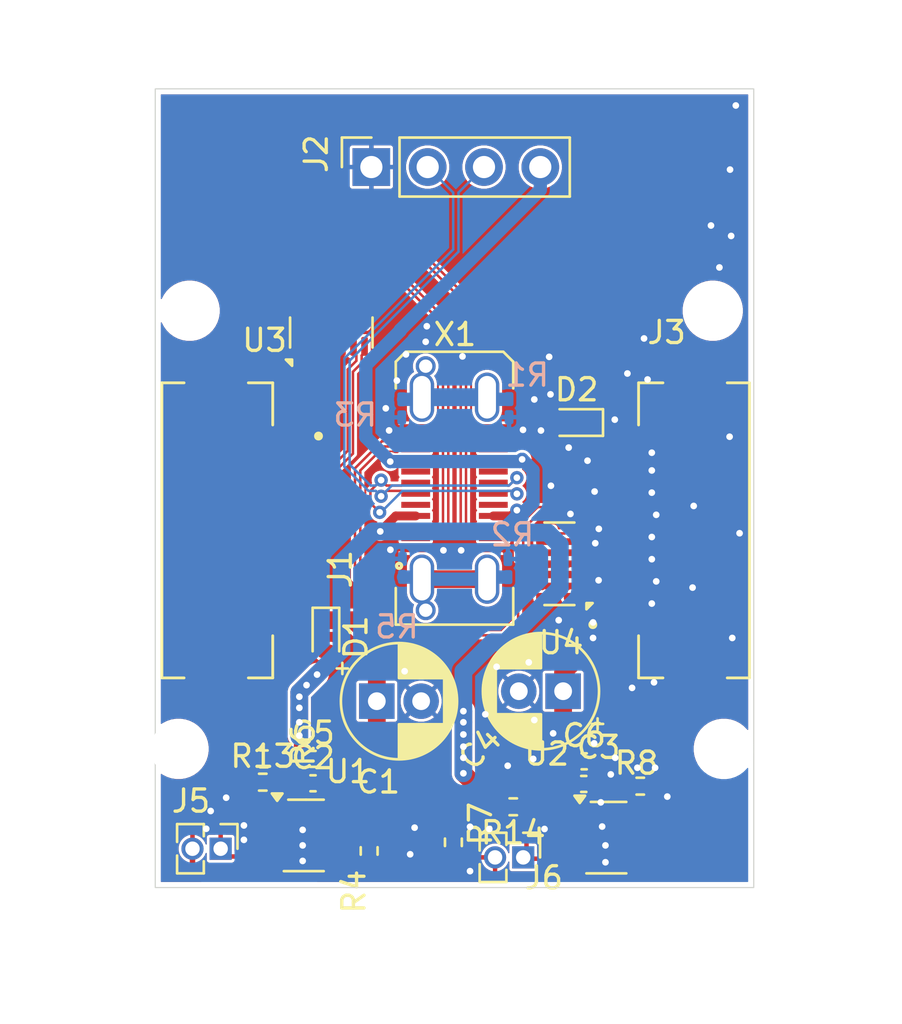
<source format=kicad_pcb>
(kicad_pcb (version 20241229) (generator "pcbnew") (generator_version "9.0")
  (layers (0 "F.Cu" signal) (4 "In1.Cu" signal) (6 "In2.Cu" signal) (2 "B.Cu" signal) (13 "F.Paste" user) (15 "B.Paste" user) (5 "F.SilkS" user "F.Silkscreen") (7 "B.SilkS" user "B.Silkscreen") (1 "F.Mask" user) (3 "B.Mask" user) (25 "Edge.Cuts" user))
  (net 0 "")
  (net 1 "VOUT1")
  (net 2 "GND")
  (net 3 "VBUS")
  (net 4 "VOUT2")
  (net 5 "RX1-")
  (net 6 "RX1+")
  (net 7 "TX1+")
  (net 8 "D+")
  (net 9 "TX1-")
  (net 10 "D-")
  (net 11 "nFLT1")
  (net 12 "EN1")
  (net 13 "EN2")
  (net 14 "nFLT2")
  (net 15 "2_D-")
  (net 16 "TX2+")
  (net 17 "2_D+")
  (net 18 "RX2+")
  (net 19 "RX2-")
  (net 20 "TX2-")
  (net 21 "Shield")
  (net 22 "Net-(U1-ILIM)")
  (net 23 "Net-(U2-ILIM)")
  (net 29 "1_D+")
  (net 30 "1_D-")
  (footprint "Capacitor_SMD:C_0402_1005Metric_Pad0.74x0.62mm_HandSolder" (layer "F.Cu") (at 19.35 30.31)
    (property "Reference" "C6")
    (property "Value" "0.1")
  )
  (footprint "Resistor_SMD:R_0402_1005Metric_Pad0.72x0.64mm_HandSolder" (layer "F.Cu") (at 16.15 32.36 180)
    (property "Reference" "R14")
    (property "Value" "100k")
  )
  (footprint "MountingHole:MountingHole_2.5mm" (layer "F.Cu") (at 1.05 29.75)
    (property "Reference" "REF**" (hide yes))
    (property "Value" "MountingHole_2.5mm")
  )
  (footprint "myLib8:DFN-14_1.35x3.5mm_P0.5mm" (layer "F.Cu") (at 7.9425 10.9825 90)
    (property "Reference" "U3")
    (property "Value" "SP3012-06UTG" (hide yes))
  )
  (footprint "MountingHole:MountingHole_2.5mm" (layer "F.Cu") (at 25.65 29.75)
    (property "Reference" "REF**" (hide yes))
    (property "Value" "MountingHole_2.5mm")
  )
  (footprint "Resistor_SMD:R_0402_1005Metric_Pad0.72x0.64mm_HandSolder" (layer "F.Cu") (at 4.9 30.2)
    (property "Reference" "R6")
    (property "Value" "100k")
  )
  (footprint "Connector_USB:USB_C_Receptacle_JAE_DX07S024WJ3R400" (layer "F.Cu") (at 13.5 18 90)
    (property "Reference" "X1")
    (property "Value" "USB_C_24pins" (hide yes))
  )
  (footprint "Package_TO_SOT_SMD:SOT-23-6_Handsoldering" (layer "F.Cu") (at 20.35 33.75)
    (property "Reference" "U2")
    (property "Value" "~")
  )
  (footprint "Diode_SMD:D_SOD-523" (layer "F.Cu") (at 7.7 24.65 -90)
    (property "Reference" "D1")
    (property "Value" "D_TVS")
  )
  (footprint "Resistor_SMD:R_0402_1005Metric_Pad0.72x0.64mm_HandSolder" (layer "F.Cu") (at 21.88 31.43)
    (property "Reference" "R8")
    (property "Value" "R")
  )
  (footprint "myLib8:DFN-14_1.35x3.5mm_P0.5mm" (layer "F.Cu") (at 18.2325 21.4075 180)
    (property "Reference" "U4")
    (property "Value" "SP3012-06UTG" (hide yes))
  )
  (footprint "Connector_PinSocket_2.54mm:PinSocket_1x04_P2.54mm_Vertical" (layer "F.Cu") (at 9.75 3.525 90)
    (property "Reference" "J2")
    (property "Value" "Conn_01x04_Socket")
  )
  (footprint "Capacitor_SMD:C_0402_1005Metric_Pad0.74x0.62mm_HandSolder" (layer "F.Cu") (at 7.1175 31.3)
    (property "Reference" "C2")
    (property "Value" "0.1")
  )
  (footprint "Connector_PinHeader_1.27mm:PinHeader_1x02_P1.27mm_Vertical" (layer "F.Cu") (at 16.6 34.64 -90)
    (property "Reference" "J6")
    (property "Value" "Conn_01x02_Socket")
  )
  (footprint "Capacitor_THT:CP_Radial_D5.0mm_P2.00mm" (layer "F.Cu") (at 18.4 27.15 180)
    (property "Reference" "C4")
    (property "Value" "120 uF")
  )
  (footprint "Resistor_SMD:R_0402_1005Metric_Pad0.72x0.64mm_HandSolder" (layer "F.Cu") (at 4.85 31.25)
    (property "Reference" "R13")
    (property "Value" "100k")
  )
  (footprint "Connector_PinHeader_1.27mm:PinHeader_1x02_P1.27mm_Vertical" (layer "F.Cu") (at 2.95 34.25 -90)
    (property "Reference" "J5")
    (property "Value" "Conn_01x02_Socket")
  )
  (footprint "my8lib:HRS_TF31-18S-0.5SH_800_" (layer "F.Cu") (at 24.303805 19.9 -90)
    (property "Reference" "J3")
    (property "Value" "TF31-18S-0.5SH_800_")
  )
  (footprint "MountingHole:MountingHole_2.5mm" (layer "F.Cu") (at 1.55 10)
    (property "Reference" "REF**" (hide yes))
    (property "Value" "MountingHole_2.5mm")
  )
  (footprint "MountingHole:MountingHole_2.5mm" (layer "F.Cu") (at 25.15 10)
    (property "Reference" "REF**" (hide yes))
    (property "Value" "MountingHole_2.5mm")
  )
  (footprint "Capacitor_SMD:C_0402_1005Metric_Pad0.74x0.62mm_HandSolder" (layer "F.Cu") (at 19.33 31.33)
    (property "Reference" "C3")
    (property "Value" "0.1")
  )
  (footprint "my8lib:HRS_TF31-18S-0.5SH_800_" (layer "F.Cu") (at 2.8 19.9 90)
    (property "Reference" "J1")
    (property "Value" "TF31-18S-0.5SH_800_")
  )
  (footprint "Resistor_SMD:R_0402_1005Metric_Pad0.72x0.64mm_HandSolder" (layer "F.Cu") (at 13.45 33.96 90)
    (property "Reference" "R7")
    (property "Value" "100k")
  )
  (footprint "Package_TO_SOT_SMD:SOT-23-6_Handsoldering" (layer "F.Cu") (at 6.7 33.65)
    (property "Reference" "U1")
    (property "Value" "~")
  )
  (footprint "Capacitor_SMD:C_0402_1005Metric_Pad0.74x0.62mm_HandSolder" (layer "F.Cu") (at 7.1175 30.2)
    (property "Reference" "C5")
    (property "Value" "0.1")
  )
  (footprint "Capacitor_THT:CP_Radial_D5.0mm_P2.00mm" (layer "F.Cu") (at 9.994887 27.6)
    (property "Reference" "C1")
    (property "Value" "120 uF")
  )
  (footprint "Resistor_SMD:R_0402_1005Metric_Pad0.72x0.64mm_HandSolder" (layer "F.Cu") (at 9.65 34.35 -90)
    (property "Reference" "R4")
    (property "Value" "R")
  )
  (footprint "Diode_SMD:D_SOD-523" (layer "F.Cu") (at 18.94 15.04 180)
    (property "Reference" "D2")
    (property "Value" "D_TVS")
  )
  (footprint "Resistor_SMD:R_0201_0603Metric_Pad0.64x0.40mm_HandSolder" (layer "B.Cu") (at 15.91 21.6 90)
    (property "Reference" "R2")
    (property "Value" "0")
  )
  (footprint "Resistor_SMD:R_0201_0603Metric_Pad0.64x0.40mm_HandSolder" (layer "B.Cu") (at 15.96 14.39 -90)
    (property "Reference" "R1")
    (property "Value" "0")
  )
  (footprint "Resistor_SMD:R_0201_0603Metric_Pad0.64x0.40mm_HandSolder" (layer "B.Cu") (at 11.12 14.4 -90)
    (property "Reference" "R3")
    (property "Value" "0")
  )
  (footprint "Resistor_SMD:R_0201_0603Metric_Pad0.64x0.40mm_HandSolder" (layer "B.Cu") (at 11.15 21.59 90)
    (property "Reference" "R5")
    (property "Value" "0")
  )
  (gr_rect (start 0 0) (end 27 36) (stroke (width 0.05)) (fill no) (layer "Edge.Cuts"))
  (segment (start 6 24.15) (end 7.5 24.15) (width 0.4) (layer "F.Cu") (net 1))
  (segment (start 8.05 32.7) (end 9.25 32.7) (width 0.8) (layer "F.Cu") (net 1))
  (segment (start 9.994887 31.955113) (end 9.994887 27.6) (width 0.8) (layer "F.Cu") (net 1))
  (segment (start 9.25 32.7) (end 9.994887 31.955113) (width 0.8) (layer "F.Cu") (net 1))
  (segment (start 9.994887 24.994887) (end 8.95 23.95) (width 0.8) (layer "F.Cu") (net 1))
  (segment (start 9.994887 27.6) (end 9.994887 24.994887) (width 0.8) (layer "F.Cu") (net 1))
  (segment (start 8.95 23.95) (end 7.7 23.95) (width 0.8) (layer "F.Cu") (net 1))
  (segment (start 7.5 24.15) (end 7.7 23.95) (width 0.4) (layer "F.Cu") (net 1))
  (segment (start 6 23.65) (end 7.4 23.65) (width 0.4) (layer "F.Cu") (net 1))
  (segment (start 7.4 23.65) (end 7.7 23.95) (width 0.4) (layer "F.Cu") (net 1))
  (segment (start 15.25 20.75) (end 15.71 20.75) (width 0.25) (layer "F.Cu") (net 2))
  (segment (start 15.8225 20.8625) (end 15.8225 21.16) (width 0.25) (layer "F.Cu") (net 2))
  (segment (start 15.71 20.75) (end 15.8225 20.8625) (width 0.25) (layer "F.Cu") (net 2))
  (segment (start 15.71 20.75) (end 15.79 20.83) (width 0.25) (layer "F.Cu") (net 2))
  (via (at 20.73 14.91) (size 0.6) (drill 0.3) (layers "F.Cu" "B.Cu") (net 2))
  (via (at 22.6 19.2) (size 0.6) (drill 0.3) (layers "F.Cu" "B.Cu") (net 2))
  (via (at 17.83 13.77) (size 0.6) (drill 0.3) (layers "F.Cu" "B.Cu") (net 2))
  (via (at 20.009988 19.833079) (size 0.6) (drill 0.3) (layers "F.Cu" "B.Cu") (net 2))
  (via (at 24.24 22.48) (size 0.6) (drill 0.3) (layers "F.Cu" "B.Cu") (net 2))
  (via (at 22.4 16.4) (size 0.6) (drill 0.3) (layers "F.Cu" "B.Cu") (net 2))
  (via (at 15.07 33.36) (size 0.6) (drill 0.3) (layers "F.Cu" "B.Cu") (net 2))
  (via (at 25.93 3.64) (size 0.6) (drill 0.3) (layers "F.Cu" "B.Cu") (net 2))
  (via (at 20 22.15) (size 0.6) (drill 0.3) (layers "F.Cu" "B.Cu") (net 2))
  (via (at 4 33.2) (size 0.6) (drill 0.3) (layers "F.Cu" "B.Cu") (net 2))
  (via (at 26.03 24.75) (size 0.6) (drill 0.3) (layers "F.Cu" "B.Cu") (net 2))
  (via (at 21.51 27) (size 0.6) (drill 0.3) (layers "F.Cu" "B.Cu") (net 2))
  (via (at 20.1 32.16) (size 0.6) (drill 0.3) (layers "F.Cu" "B.Cu") (net 2))
  (via (at 18.65 16.17) (size 0.6) (drill 0.3) (layers "F.Cu" "B.Cu") (net 2))
  (via (at 20.31 34.86) (size 0.6) (drill 0.3) (layers "F.Cu" "B.Cu") (net 2))
  (via (at 19.85 20.48) (size 0.6) (drill 0.3) (layers "F.Cu" "B.Cu") (net 2))
  (via (at 17.1 14) (size 0.6) (drill 0.3) (layers "F.Cu" "B.Cu") (net 2))
  (via (at 25.07 6.16) (size 0.6) (drill 0.3) (layers "F.Cu" "B.Cu") (net 2))
  (via (at 23.1 31.9) (size 0.6) (drill 0.3) (layers "F.Cu" "B.Cu") (net 2))
  (via (at 6.65 34.1) (size 0.6) (drill 0.3) (layers "F.Cu" "B.Cu") (net 2))
  (via (at 17.77 12.08) (size 0.6) (drill 0.3) (layers "F.Cu" "B.Cu") (net 2))
  (via (at 13.8 20.8) (size 0.6) (drill 0.3) (layers "F.Cu" "B.Cu") (net 2))
  (via (at 20.75 30.15) (size 0.6) (drill 0.3) (layers "F.Cu" "B.Cu") (net 2))
  (via (at 25.91 15.68) (size 0.6) (drill 0.3) (layers "F.Cu" "B.Cu") (net 2))
  (via (at 11.7 33.3) (size 0.6) (drill 0.3) (layers "F.Cu" "B.Cu") (net 2))
  (via (at 21.3 12.83) (size 0.6) (drill 0.3) (layers "F.Cu" "B.Cu") (net 2))
  (via (at 17.56 33.36) (size 0.6) (drill 0.3) (layers "F.Cu" "B.Cu") (net 2))
  (via (at 22.4 20.2) (size 0.6) (drill 0.3) (layers "F.Cu" "B.Cu") (net 2))
  (via (at 24.29 18.8) (size 0.6) (drill 0.3) (layers "F.Cu" "B.Cu") (net 2))
  (via (at 12.2 11.4) (size 0.6) (drill 0.3) (layers "F.Cu" "B.Cu") (net 2))
  (via (at 22.55 30.6) (size 0.6) (drill 0.3) (layers "F.Cu" "B.Cu") (net 2))
  (via (at 11.5 34.5) (size 0.6) (drill 0.3) (layers "F.Cu" "B.Cu") (net 2))
  (via (at 15.9 30.51) (size 0.6) (drill 0.3) (layers "F.Cu" "B.Cu") (net 2))
  (via (at 2.5 32.55) (size 0.6) (drill 0.3) (layers "F.Cu" "B.Cu") (net 2))
  (via (at 12.25 10.7) (size 0.6) (drill 0.3) (layers "F.Cu" "B.Cu") (net 2))
  (via (at 4 33.85) (size 0.6) (drill 0.3) (layers "F.Cu" "B.Cu") (net 2))
  (via (at 22.4 23.2) (size 0.6) (drill 0.3) (layers "F.Cu" "B.Cu") (net 2))
  (via (at 25.45 8.05) (size 0.6) (drill 0.3) (layers "F.Cu" "B.Cu") (net 2))
  (via (at 19.8 29.5) (size 0.6) (drill 0.3) (layers "F.Cu" "B.Cu") (net 2))
  (via (at 20.55 30.9) (size 0.6) (drill 0.3) (layers "F.Cu" "B.Cu") (net 2))
  (via (at 19.75 24.05) (size 0.6) (drill 0.3) (layers "F.Cu" "B.Cu") (net 2))
  (via (at 3.2 31.95) (size 0.6) (drill 0.3) (layers "F.Cu" "B.Cu") (net 2))
  (via (at 25.98 6.63) (size 0.6) (drill 0.3) (layers "F.Cu" "B.Cu") (net 2))
  (via (at 21.75 30.6) (size 0.6) (drill 0.3) (layers "F.Cu" "B.Cu") (net 2))
  (via (at 20.31 34.1) (size 0.6) (drill 0.3) (layers "F.Cu" "B.Cu") (net 2))
  (via (at 16.59 15.37) (size 0.6) (drill 0.3) (layers "F.Cu" "B.Cu") (net 2))
  (via (at 13 20.8) (size 0.6) (drill 0.3) (layers "F.Cu" "B.Cu") (net 2))
  (via (at 10.9 13.15) (size 0.6) (drill 0.3) (layers "F.Cu" "B.Cu") (net 2))
  (via (at 14.2 35.26) (size 0.6) (drill 0.3) (layers "F.Cu" "B.Cu") (net 2))
  (via (at 11.31 11.97) (size 0.6) (drill 0.3) (layers "F.Cu" "B.Cu") (net 2))
  (via (at 10.608014 20.775632) (size 0.6) (drill 0.3) (layers "F.Cu" "B.Cu") (net 2))
  (via (at 10.55 15.3965) (size 0.6) (drill 0.3) (layers "F.Cu" "B.Cu") (net 2))
  (via (at 22.4 18.2) (size 0.6) (drill 0.3) (layers "F.Cu" "B.Cu") (net 2))
  (via (at 22.6 22.2) (size 0.6) (drill 0.3) (layers "F.Cu" "B.Cu") (net 2))
  (via (at 13.86 12.06) (size 0.6) (drill 0.3) (layers "F.Cu" "B.Cu") (net 2))
  (via (at 17.85 17.89) (size 0.6) (drill 0.3) (layers "F.Cu" "B.Cu") (net 2))
  (via (at 20.16 33.25) (size 0.6) (drill 0.3) (layers "F.Cu" "B.Cu") (net 2))
  (via (at 19.75 24.75) (size 0.6) (drill 0.3) (layers "F.Cu" "B.Cu") (net 2))
  (via (at 22.05 11.25) (size 0.6) (drill 0.3) (layers "F.Cu" "B.Cu") (net 2))
  (via (at 6.65 34.8) (size 0.6) (drill 0.3) (layers "F.Cu" "B.Cu") (net 2))
  (via (at 22.4 17.2) (size 0.6) (drill 0.3) (layers "F.Cu" "B.Cu") (net 2))
  (via (at 6.65 33.4) (size 0.6) (drill 0.3) (layers "F.Cu" "B.Cu") (net 2))
  (via (at 11.25 26.25) (size 0.6) (drill 0.3) (layers "F.Cu" "B.Cu") (net 2))
  (via (at 10.4 14.4) (size 0.6) (drill 0.3) (layers "F.Cu" "B.Cu") (net 2))
  (via (at 18.73 19.16) (size 0.6) (drill 0.3) (layers "F.Cu" "B.Cu") (net 2))
  (via (at 26.36 20.03) (size 0.6) (drill 0.3) (layers "F.Cu" "B.Cu") (net 2))
  (via (at 17.95 29.05) (size 0.6) (drill 0.3) (layers "F.Cu" "B.Cu") (net 2))
  (via (at 22.21 13.1) (size 0.6) (drill 0.3) (layers "F.Cu" "B.Cu") (net 2))
  (via (at 16.85 25.85) (size 0.6) (drill 0.3) (layers "F.Cu" "B.Cu") (net 2))
  (via (at 2.3 33.35) (size 0.6) (drill 0.3) (layers "F.Cu" "B.Cu") (net 2))
  (via (at 19.5 16.76) (size 0.6) (drill 0.3) (layers "F.Cu" "B.Cu") (net 2))
  (via (at 17.1 28.45) (size 0.6) (drill 0.3) (layers "F.Cu" "B.Cu") (net 2))
  (via (at 15.4 26.05) (size 0.6) (drill 0.3) (layers "F.Cu" "B.Cu") (net 2))
  (via (at 14.89 28.19) (size 0.6) (drill 0.3) (layers "F.Cu" "B.Cu") (net 2))
  (via (at 17.05 30.2) (size 0.6) (drill 0.3) (layers "F.Cu" "B.Cu") (net 2))
  (via (at 26.19 0.75) (size 0.6) (drill 0.3) (layers "F.Cu" "B.Cu") (net 2))
  (via (at 22.5 26.75) (size 0.6) (drill 0.3) (layers "F.Cu" "B.Cu") (net 2))
  (via (at 14.2 33.26) (size 0.6) (drill 0.3) (layers "F.Cu" "B.Cu") (net 2))
  (via (at 17.4 15.4) (size 0.6) (drill 0.3) (layers "F.Cu" "B.Cu") (net 2))
  (via (at 19.82 18.15) (size 0.6) (drill 0.3) (layers "F.Cu" "B.Cu") (net 2))
  (via (at 18.2 23.95) (size 0.6) (drill 0.3) (layers "F.Cu" "B.Cu") (net 2))
  (via (at 22.4 21.2) (size 0.6) (drill 0.3) (layers "F.Cu" "B.Cu") (net 2))
  (segment (start 15.0525 31.4075) (end 17.6075 31.4075) (width 0.8) (layer "F.Cu") (net 3))
  (segment (start 10.848632 19.25) (end 11.750001 19.25) (width 0.4) (layer "F.Cu") (net 3))
  (segment (start 18.235 32.035) (end 19 32.8) (width 0.8) (layer "F.Cu") (net 3))
  (segment (start 6.55 30.2) (end 6.55 29.2) (width 0.6) (layer "F.Cu") (net 3))
  (segment (start 6.5 27.4) (end 6.5 27.2) (width 0.8) (layer "F.Cu") (net 3))
  (segment (start 16.313481 18.991601) (end 16.055082 19.25) (width 0.4) (layer "F.Cu") (net 3))
  (segment (start 11.750001 16.75) (end 10.65 16.75) (width 0.4) (layer "F.Cu") (net 3))
  (segment (start 6.55 30.2) (end 6.55 31.3) (width 0.6) (layer "F.Cu") (net 3))
  (segment (start 6.5 31.25) (end 6.55 31.3) (width 0.2) (layer "F.Cu") (net 3))
  (segment (start 15.31 32.32) (end 14.9 31.91) (width 0.6) (layer "F.Cu") (net 3))
  (segment (start 18.7625 31.33) (end 18.7625 30.33) (width 0.4) (layer "F.Cu") (net 3))
  (segment (start 16.313481 18.991601) (end 16.258399 18.991601) (width 0.4) (layer "F.Cu") (net 3))
  (segment (start 13.9 28.05) (end 13.9 30.85) (width 0.8) (layer "F.Cu") (net 3))
  (segment (start 5.4975 30.2) (end 6.55 30.2) (width 0.2) (layer "F.Cu") (net 3))
  (segment (start 13.9 30.85) (end 14.4575 31.4075) (width 0.8) (layer "F.Cu") (net 3))
  (segment (start 16.5 16.75) (end 15.249999 16.75) (width 0.4) (layer "F.Cu") (net 3))
  (segment (start 18.7625 30.33) (end 18.7825 30.31) (width 0.4) (layer "F.Cu") (net 3))
  (segment (start 17.6075 31.4075) (end 18.235 32.035) (width 0.8) (layer "F.Cu") (net 3))
  (segment (start 6.55 32.4) (end 6.25 32.7) (width 0.6) (layer "F.Cu") (net 3))
  (segment (start 13.45 33.01) (end 15.0525 31.4075) (width 0.5) (layer "F.Cu") (net 3))
  (segment (start 14.4575 31.4075) (end 15.0525 31.4075) (width 0.8) (layer "F.Cu") (net 3))
  (segment (start 13.45 33.3625) (end 13.45 33.01) (width 0.5) (layer "F.Cu") (net 3))
  (segment (start 15.4425 32.32) (end 15.31 32.32) (width 0.6) (layer "F.Cu") (net 3))
  (segment (start 18.7625 31.5075) (end 18.235 32.035) (width 0.4) (layer "F.Cu") (net 3))
  (segment (start 6.55 31.3) (end 6.55 32.4) (width 0.6) (layer "F.Cu") (net 3))
  (segment (start 18.7625 31.33) (end 18.7625 31.5075) (width 0.4) (layer "F.Cu") (net 3))
  (segment (start 6.5 29.15) (end 6.5 27.4) (width 0.8) (layer "F.Cu") (net 3))
  (segment (start 10.15 19.948632) (end 10.848632 19.25) (width 0.4) (layer "F.Cu") (net 3))
  (segment (start 6.5 27.2) (end 7.3 26.4) (width 0.8) (layer "F.Cu") (net 3))
  (segment (start 16.055082 19.25) (end 15.249999 19.25) (width 0.4) (layer "F.Cu") (net 3))
  (segment (start 16.55 16.7) (end 16.5 16.75) (width 0.4) (layer "F.Cu") (net 3))
  (segment (start 6.55 29.2) (end 6.5 29.15) (width 0.6) (layer "F.Cu") (net 3))
  (segment (start 10.65 16.75) (end 10.6 16.8) (width 0.4) (layer "F.Cu") (net 3))
  (segment (start 5.4475 31.25) (end 6.5 31.25) (width 0.2) (layer "F.Cu") (net 3))
  (via (at 7.3 26.4) (size 0.6) (drill 0.3) (layers "F.Cu" "B.Cu") (net 3))
  (via (at 16.313481 18.991601) (size 0.6) (drill 0.3) (layers "F.Cu" "B.Cu") (net 3))
  (via (at 13.9 29.65) (size 0.6) (drill 0.3) (layers "F.Cu" "B.Cu") (net 3))
  (via (at 6.825 26.875) (size 0.6) (drill 0.3) (layers "F.Cu" "B.Cu") (net 3))
  (via (at 13.9 28.55) (size 0.6) (drill 0.3) (layers "F.Cu" "B.Cu") (net 3))
  (via (at 13.9 30.85) (size 0.6) (drill 0.3) (layers "F.Cu" "B.Cu") (net 3))
  (via (at 10.15 19.948632) (size 0.6) (drill 0.3) (layers "F.Cu" "B.Cu") (net 3))
  (via (at 10.6 16.8) (size 0.6) (drill 0.3) (layers "F.Cu" "B.Cu") (net 3))
  (via (at 16.55 16.7) (size 0.6) (drill 0.3) (layers "F.Cu" "B.Cu") (net 3))
  (via (at 13.9 29.1) (size 0.6) (drill 0.3) (layers "F.Cu" "B.Cu") (net 3))
  (via (at 13.9 30.15) (size 0.6) (drill 0.3) (layers "F.Cu" "B.Cu") (net 3))
  (via (at 6.5 29.15) (size 0.6) (drill 0.3) (layers "F.Cu" "B.Cu") (net 3))
  (via (at 6.5 28.55) (size 0.6) (drill 0.3) (layers "F.Cu" "B.Cu") (net 3))
  (via (at 13.9 28.05) (size 0.6) (drill 0.3) (layers "F.Cu" "B.Cu") (net 3))
  (via (at 6.5 27.4) (size 0.6) (drill 0.3) (layers "F.Cu" "B.Cu") (net 3))
  (via (at 6.5 27.9) (size 0.6) (drill 0.3) (layers "F.Cu" "B.Cu") (net 3))
  (segment (start 6.825 26.875) (end 6.5 27.2) (width 0.8) (layer "B.Cu") (net 3))
  (segment (start 13.9 29.65) (end 13.9 30.15) (width 0.8) (layer "B.Cu") (net 3))
  (segment (start 9.5 12.45) (end 11.05 10.9) (width 0.6) (layer "B.Cu") (net 3))
  (segment (start 18.25 20.55) (end 18.25 21.55) (width 0.8) (layer "B.Cu") (net 3))
  (segment (start 9.815761 19.948632) (end 8.4 21.364393) (width 0.8) (layer "B.Cu") (net 3))
  (segment (start 7.3 26.4) (end 6.825 26.875) (width 0.8) (layer "B.Cu") (net 3))
  (segment (start 17.04192 17.19192) (end 16.55 16.7) (width 0.6) (layer "B.Cu") (net 3))
  (segment (start 17.7 20) (end 18.25 20.55) (width 0.8) (layer "B.Cu") (net 3))
  (segment (start 6.5 27.4) (end 6.5 27.9) (width 0.8) (layer "B.Cu") (net 3))
  (segment (start 6.5 28.55) (end 6.5 29.15) (width 0.8) (layer "B.Cu") (net 3))
  (segment (start 13.9 26.25) (end 13.9 27.55) (width 0.8) (layer "B.Cu") (net 3))
  (segment (start 6.5 27.2) (end 6.5 27.4) (width 0.8) (layer "B.Cu") (net 3))
  (segment (start 15.757922 19.948632) (end 16.456554 19.25) (width 0.8) (layer "B.Cu") (net 3))
  (segment (start 15.8 24.95) (end 15.2 24.95) (width 0.8) (layer "B.Cu") (net 3))
  (segment (start 11.05 10.9) (end 11.05 10.870452) (width 0.6) (layer "B.Cu") (net 3))
  (segment (start 10.6 16.8) (end 16.45 16.8) (width 0.6) (layer "B.Cu") (net 3))
  (segment (start 16.456554 19.25) (end 17.04192 18.664634) (width 0.6) (layer "B.Cu") (net 3))
  (segment (start 8.4 21.364393) (end 8.4 25.3) (width 0.8) (layer "B.Cu") (net 3))
  (segment (start 13.9 30.15) (end 13.9 30.85) (width 0.8) (layer "B.Cu") (net 3))
  (segment (start 10.6 16.8) (end 9.5 15.7) (width 0.6) (layer "B.Cu") (net 3))
  (segment (start 17.04192 18.664634) (end 17.04192 17.19192) (width 0.6) (layer "B.Cu") (net 3))
  (segment (start 8.4 25.3) (end 7.3 26.4) (width 0.8) (layer "B.Cu") (net 3))
  (segment (start 18.25 21.55) (end 18.25 22.5) (width 0.8) (layer "B.Cu") (net 3))
  (segment (start 13.9 29.1) (end 13.9 29.65) (width 0.8) (layer "B.Cu") (net 3))
  (segment (start 10.15 19.948632) (end 15.757922 19.948632) (width 0.8) (layer "B.Cu") (net 3))
  (segment (start 9.5 15.7) (end 9.5 12.45) (width 0.6) (layer "B.Cu") (net 3))
  (segment (start 6.5 27.9) (end 6.5 28.55) (width 0.8) (layer "B.Cu") (net 3))
  (segment (start 13.9 28.05) (end 13.9 28.55) (width 0.8) (layer "B.Cu") (net 3))
  (segment (start 6.5 29.15) (end 6.5 29.2) (width 0.8) (layer "B.Cu") (net 3))
  (segment (start 16.45 16.8) (end 16.55 16.7) (width 0.6) (layer "B.Cu") (net 3))
  (segment (start 15.2 24.95) (end 13.9 26.25) (width 0.8) (layer "B.Cu") (net 3))
  (segment (start 13.9 27.55) (end 13.9 28.05) (width 0.8) (layer "B.Cu") (net 3))
  (segment (start 10.15 19.948632) (end 9.815761 19.948632) (width 0.8) (layer "B.Cu") (net 3))
  (segment (start 18.25 22.5) (end 16.35 24.4) (width 0.8) (layer "B.Cu") (net 3))
  (segment (start 17.37 4.550452) (end 17.37 3.525) (width 0.6) (layer "B.Cu") (net 3))
  (segment (start 13.9 28.55) (end 13.9 29.1) (width 0.8) (layer "B.Cu") (net 3))
  (segment (start 15.80929 20) (end 17.7 20) (width 0.8) (layer "B.Cu") (net 3))
  (segment (start 11.05 10.870452) (end 17.37 4.550452) (width 0.6) (layer "B.Cu") (net 3))
  (segment (start 16.35 24.4) (end 15.8 24.95) (width 0.8) (layer "B.Cu") (net 3))
  (segment (start 15.757922 19.948632) (end 15.80929 20) (width 0.8) (layer "B.Cu") (net 3))
  (segment (start 25.4 17.5) (end 25.4 23.25) (width 0.8) (layer "F.Cu") (net 4))
  (segment (start 21.103805 16.15) (end 20.3 16.15) (width 0.4) (layer "F.Cu") (net 4))
  (segment (start 18.4 26.3) (end 18.4 27.15) (width 0.8) (layer "F.Cu") (net 4))
  (segment (start 23.47 16) (end 23.9 16) (width 0.8) (layer "F.Cu") (net 4))
  (segment (start 22.3 29.05) (end 20.95 29.05) (width 0.8) (layer "F.Cu") (net 4))
  (segment (start 19.65 14.5) (end 20.25 13.9) (width 0.8) (layer "F.Cu") (net 4))
  (segment (start 24 30.75) (end 22.3 29.05) (width 0.8) (layer "F.Cu") (net 4))
  (segment (start 19.8 15.65) (end 21.103805 15.65) (width 0.4) (layer "F.Cu") (net 4))
  (segment (start 18.4 28.329031) (end 18.4 27.15) (width 0.8) (layer "F.Cu") (net 4))
  (segment (start 19.05 25.65) (end 18.4 26.3) (width 0.8) (layer "F.Cu") (net 4))
  (segment (start 24 32.55) (end 24 30.75) (width 0.8) (layer "F.Cu") (net 4))
  (segment (start 23.3 24) (end 22.1 25.2) (width 0.8) (layer "F.Cu") (net 4))
  (segment (start 21.37 13.9) (end 23.47 16) (width 0.8) (layer "F.Cu") (net 4))
  (segment (start 20.55 28.65) (end 18.720969 28.65) (width 0.8) (layer "F.Cu") (net 4))
  (segment (start 25.4 23.25) (end 24.65 24) (width 0.8) (layer "F.Cu") (net 4))
  (segment (start 21.7 32.8) (end 23.75 32.8) (width 0.8) (layer "F.Cu") (net 4))
  (segment (start 20.3 16.15) (end 19.8 15.65) (width 0.4) (layer "F.Cu") (net 4))
  (segment (start 23.9 16) (end 25.4 17.5) (width 0.8) (layer "F.Cu") (net 4))
  (segment (start 24.65 24) (end 23.3 24) (width 0.8) (layer "F.Cu") (net 4))
  (segment (start 23.75 32.8) (end 24 32.55) (width 0.8) (layer "F.Cu") (net 4))
  (segment (start 20.95 29.05) (end 20.55 28.65) (width 0.8) (layer "F.Cu") (net 4))
  (segment (start 21.6 25.2) (end 21.15 25.65) (width 0.8) (layer "F.Cu") (net 4))
  (segment (start 19.65 15.5) (end 19.65 14.5) (width 0.8) (layer "F.Cu") (net 4))
  (segment (start 22.1 25.2) (end 21.6 25.2) (width 0.8) (layer "F.Cu") (net 4))
  (segment (start 21.15 25.65) (end 19.05 25.65) (width 0.8) (layer "F.Cu") (net 4))
  (segment (start 18.720969 28.65) (end 18.4 28.329031) (width 0.8) (layer "F.Cu") (net 4))
  (segment (start 20.25 13.9) (end 21.37 13.9) (width 0.8) (layer "F.Cu") (net 4))
  (segment (start 7.573 8.958) (end 9.0005 7.5305) (width 0.112) (layer "F.Cu") (net 5))
  (segment (start 7.4425 10.3575) (end 7.4425 10.0825) (width 0.112) (layer "F.Cu") (net 5))
  (segment (start 7.7305 15.9695) (end 7.1695 16.5305) (width 0.112) (layer "F.Cu") (net 5))
  (segment (start 7.4425 10.0825) (end 7.573 9.952) (width 0.112) (layer "F.Cu") (net 5))
  (segment (start 14.269981 19.8805) (end 14.6045 19.8805) (width 0.112) (layer "F.Cu") (net 5))
  (segment (start 7.7305 13.8495) (end 7.7305 15.9695) (width 0.112) (layer "F.Cu") (net 5))
  (segment (start 6.6 16.15) (end 6 16.15) (width 0.112) (layer "F.Cu") (net 5))
  (segment (start 14.6045 19.8805) (end 14.735 19.75) (width 0.112) (layer "F.Cu") (net 5))
  (segment (start 14.735 19.75) (end 15.25 19.75) (width 0.112) (layer "F.Cu") (net 5))
  (segment (start 7.573 9.952) (end 7.573 8.958) (width 0.112) (layer "F.Cu") (net 5))
  (segment (start 14.765871 10.096871) (end 14.765871 12.303129) (width 0.112) (layer "F.Cu") (net 5))
  (segment (start 12.1995 7.5305) (end 14.765871 10.096871) (width 0.112) (layer "F.Cu") (net 5))
  (segment (start 7.573 12.375501) (end 7.573 13.692) (width 0.112) (layer "F.Cu") (net 5))
  (segment (start 7.573 13.692) (end 7.7305 13.8495) (width 0.112) (layer "F.Cu") (net 5))
  (segment (start 7.4425 12.245001) (end 7.573 12.375501) (width 0.112) (layer "F.Cu") (net 5))
  (segment (start 14.0195 19.630019) (end 14.269981 19.8805) (width 0.112) (layer "F.Cu") (net 5))
  (segment (start 7.1695 16.5305) (end 6.9805 16.5305) (width 0.112) (layer "F.Cu") (net 5))
  (segment (start 6.9805 16.5305) (end 6.6 16.15) (width 0.112) (layer "F.Cu") (net 5))
  (segment (start 14.0195 13.0495) (end 14.0195 19.630019) (width 0.112) (layer "F.Cu") (net 5))
  (segment (start 14.765871 12.303129) (end 14.0195 13.0495) (width 0.112) (layer "F.Cu") (net 5))
  (segment (start 7.4425 11.6075) (end 7.4425 12.245001) (width 0.112) (layer "F.Cu") (net 5))
  (segment (start 9.0005 7.5305) (end 12.1995 7.5305) (width 0.112) (layer "F.Cu") (net 5))
  (segment (start 7.9425 10.0825) (end 7.812 9.952) (width 0.112) (layer "F.Cu") (net 6))
  (segment (start 7.2805 16.7695) (end 6.9805 16.7695) (width 0.112) (layer "F.Cu") (net 6))
  (segment (start 14.6045 20.1195) (end 14.735 20.25) (width 0.112) (layer "F.Cu") (net 6))
  (segment (start 7.812 12.375501) (end 7.812 13.593) (width 0.112) (layer "F.Cu") (net 6))
  (segment (start 12.1005 7.7695) (end 14.526871 10.195871) (width 0.112) (layer "F.Cu") (net 6))
  (segment (start 7.9695 13.7505) (end 7.9695 16.0805) (width 0.112) (layer "F.Cu") (net 6))
  (segment (start 7.9695 16.0805) (end 7.2805 16.7695) (width 0.112) (layer "F.Cu") (net 6))
  (segment (start 14.526871 10.195871) (end 14.526871 12.204129) (width 0.112) (layer "F.Cu") (net 6))
  (segment (start 14.526871 12.204129) (end 13.7805 12.9505) (width 0.112) (layer "F.Cu") (net 6))
  (segment (start 6.6 17.15) (end 6 17.15) (width 0.112) (layer "F.Cu") (net 6))
  (segment (start 14.170981 20.1195) (end 14.6045 20.1195) (width 0.112) (layer "F.Cu") (net 6))
  (segment (start 13.7805 12.9505) (end 13.7805 19.729019) (width 0.112) (layer "F.Cu") (net 6))
  (segment (start 7.812 9.952) (end 7.812 9.057) (width 0.112) (layer "F.Cu") (net 6))
  (segment (start 7.9425 11.6075) (end 7.9425 12.245001) (width 0.112) (layer "F.Cu") (net 6))
  (segment (start 7.9425 12.245001) (end 7.812 12.375501) (width 0.112) (layer "F.Cu") (net 6))
  (segment (start 14.735 20.25) (end 15.25 20.25) (width 0.112) (layer "F.Cu") (net 6))
  (segment (start 7.812 13.593) (end 7.9695 13.7505) (width 0.112) (layer "F.Cu") (net 6))
  (segment (start 7.812 9.057) (end 9.0995 7.7695) (width 0.112) (layer "F.Cu") (net 6))
  (segment (start 6.9805 16.7695) (end 6.6 17.15) (width 0.112) (layer "F.Cu") (net 6))
  (segment (start 7.9425 10.3575) (end 7.9425 10.0825) (width 0.112) (layer "F.Cu") (net 6))
  (segment (start 13.7805 19.729019) (end 14.170981 20.1195) (width 0.112) (layer "F.Cu") (net 6))
  (segment (start 9.0995 7.7695) (end 12.1005 7.7695) (width 0.112) (layer "F.Cu") (net 6))
  (segment (start 9.073 9.158) (end 9.6505 8.5805) (width 0.112) (layer "F.Cu") (net 7))
  (segment (start 11.2995 8.5805) (end 13.2195 10.5005) (width 0.112) (layer "F.Cu") (net 7))
  (segment (start 9.073 12.258) (end 8.6805 12.6505) (width 0.112) (layer "F.Cu") (net 7))
  (segment (start 8.9425 10.0825) (end 9.073 9.952) (width 0.112) (layer "F.Cu") (net 7))
  (segment (start 12.799656 20.1195) (end 12.3955 20.1195) (width 0.112) (layer "F.Cu") (net 7))
  (segment (start 9.073 12.013) (end 9.073 12.258) (width 0.112) (layer "F.Cu") (net 7))
  (segment (start 8.6805 16.3195) (end 7.9805 17.0195) (width 0.112) (layer "F.Cu") (net 7))
  (segment (start 7.355501 18.5305) (end 6.975001 18.15) (width 0.112) (layer "F.Cu") (net 7))
  (segment (start 8.9425 11.6075) (end 8.9425 11.8825) (width 0.112) (layer "F.Cu") (net 7))
  (segment (start 9.6505 8.5805) (end 11.2995 8.5805) (width 0.112) (layer "F.Cu") (net 7))
  (segment (start 6.975001 18.15) (end 6 18.15) (width 0.112) (layer "F.Cu") (net 7))
  (segment (start 9.073 9.952) (end 9.073 9.158) (width 0.112) (layer "F.Cu") (net 7))
  (segment (start 12.265 20.25) (end 11.75 20.25) (width 0.112) (layer "F.Cu") (net 7))
  (segment (start 13.2195 19.699656) (end 12.799656 20.1195) (width 0.112) (layer "F.Cu") (net 7))
  (segment (start 7.5005 18.5305) (end 7.355501 18.5305) (width 0.112) (layer "F.Cu") (net 7))
  (segment (start 7.9805 18.0505) (end 7.5005 18.5305) (width 0.112) (layer "F.Cu") (net 7))
  (segment (start 13.2195 10.5005) (end 13.2195 19.699656) (width 0.112) (layer "F.Cu") (net 7))
  (segment (start 7.9805 17.0195) (end 7.9805 18.0505) (width 0.112) (layer "F.Cu") (net 7))
  (segment (start 12.3955 20.1195) (end 12.265 20.25) (width 0.112) (layer "F.Cu") (net 7))
  (segment (start 8.9425 10.3575) (end 8.9425 10.0825) (width 0.112) (layer "F.Cu") (net 7))
  (segment (start 8.9425 11.8825) (end 9.073 12.013) (width 0.112) (layer "F.Cu") (net 7))
  (segment (start 8.6805 12.6505) (end 8.6805 16.3195) (width 0.112) (layer "F.Cu") (net 7))
  (segment (start 15.8955 17.8805) (end 15.765 17.75) (width 0.112) (layer "F.Cu") (net 8))
  (segment (start 11.235 18.25) (end 11.1045 18.1195) (width 0.112) (layer "F.Cu") (net 8))
  (segment (start 11.1045 18.1195) (end 10.433 18.1195) (width 0.112) (layer "F.Cu") (net 8))
  (segment (start 16.313477 17.527) (end 15.959977 17.8805) (width 0.112) (layer "F.Cu") (net 8))
  (segment (start 10.433 18.1195) (end 10.189 18.3635) (width 0.112) (layer "F.Cu") (net 8))
  (segment (start 15.765 17.75) (end 15.25 17.75) (width 0.112) (layer "F.Cu") (net 8))
  (segment (start 11.75 18.25) (end 11.235 18.25) (width 0.112) (layer "F.Cu") (net 8))
  (segment (start 15.959977 17.8805) (end 15.8955 17.8805) (width 0.112) (layer "F.Cu") (net 8))
  (via (at 10.189 18.3635) (size 0.6) (drill 0.3) (layers "F.Cu" "B.Cu") (net 8))
  (via (at 16.313477 17.527) (size 0.6) (drill 0.3) (layers "F.Cu" "B.Cu") (net 8))
  (segment (start 10.189 18.3635) (end 9.945 18.1195) (width 0.112) (layer "B.Cu") (net 8))
  (segment (start 10.672 17.8805) (end 10.189 18.3635) (width 0.112) (layer "B.Cu") (net 8))
  (segment (start 13.4405 7.2405) (end 13.4405 4.6755) (width 0.112) (layer "B.Cu") (net 8))
  (segment (start 8.5305 12.1505) (end 13.4405 7.2405) (width 0.112) (layer "B.Cu") (net 8))
  (segment (start 13.4405 4.6755) (end 12.29 3.525) (width 0.112) (layer "B.Cu") (net 8))
  (segment (start 9.945 18.1195) (end 9.6195 18.1195) (width 0.112) (layer "B.Cu") (net 8))
  (segment (start 16.313477 17.527) (end 15.959977 17.8805) (width 0.112) (layer "B.Cu") (net 8))
  (segment (start 9.6195 18.1195) (end 8.5305 17.0305) (width 0.112) (layer "B.Cu") (net 8))
  (segment (start 8.5305 17.0305) (end 8.5305 12.1505) (width 0.112) (layer "B.Cu") (net 8))
  (segment (start 15.959977 17.8805) (end 10.672 17.8805) (width 0.112) (layer "B.Cu") (net 8))
  (segment (start 8.9195 16.44) (end 8.2195 17.14) (width 0.112) (layer "F.Cu") (net 9))
  (segment (start 12.9805 19.600656) (end 12.700656 19.8805) (width 0.112) (layer "F.Cu") (net 9))
  (segment (start 7.5995 18.7695) (end 7.355501 18.7695) (width 0.112) (layer "F.Cu") (net 9))
  (segment (start 12.265 19.75) (end 11.75 19.75) (width 0.112) (layer "F.Cu") (net 9))
  (segment (start 9.4425 10.3575) (end 9.4425 10.0825) (width 0.112) (layer "F.Cu") (net 9))
  (segment (start 8.2195 18.1495) (end 7.5995 18.7695) (width 0.112) (layer "F.Cu") (net 9))
  (segment (start 9.312 12.357) (end 8.9195 12.7495) (width 0.112) (layer "F.Cu") (net 9))
  (segment (start 9.4425 11.8825) (end 9.312 12.013) (width 0.112) (layer "F.Cu") (net 9))
  (segment (start 9.312 9.952) (end 9.312 9.257) (width 0.112) (layer "F.Cu") (net 9))
  (segment (start 12.3955 19.8805) (end 12.265 19.75) (width 0.112) (layer "F.Cu") (net 9))
  (segment (start 8.9195 12.7495) (end 8.9195 16.44) (width 0.112) (layer "F.Cu") (net 9))
  (segment (start 9.4425 11.6075) (end 9.4425 11.8825) (width 0.112) (layer "F.Cu") (net 9))
  (segment (start 7.355501 18.7695) (end 6.975001 19.15) (width 0.112) (layer "F.Cu") (net 9))
  (segment (start 12.700656 19.8805) (end 12.3955 19.8805) (width 0.112) (layer "F.Cu") (net 9))
  (segment (start 9.312 9.257) (end 9.7495 8.8195) (width 0.112) (layer "F.Cu") (net 9))
  (segment (start 9.7495 8.8195) (end 11.2005 8.8195) (width 0.112) (layer "F.Cu") (net 9))
  (segment (start 9.312 12.013) (end 9.312 12.357) (width 0.112) (layer "F.Cu") (net 9))
  (segment (start 9.4425 10.0825) (end 9.312 9.952) (width 0.112) (layer "F.Cu") (net 9))
  (segment (start 6.975001 19.15) (end 6 19.15) (width 0.112) (layer "F.Cu") (net 9))
  (segment (start 8.2195 17.14) (end 8.2195 18.1495) (width 0.112) (layer "F.Cu") (net 9))
  (segment (start 11.2005 8.8195) (end 12.9805 10.5995) (width 0.112) (layer "F.Cu") (net 9))
  (segment (start 12.9805 10.5995) (end 12.9805 19.600656) (width 0.112) (layer "F.Cu") (net 9))
  (segment (start 11.75 17.75) (end 11.235 17.75) (width 0.112) (layer "F.Cu") (net 10))
  (segment (start 15.8955 18.1195) (end 15.765 18.25) (width 0.112) (layer "F.Cu") (net 10))
  (segment (start 16.31492 18.254003) (end 16.180417 18.1195) (width 0.112) (layer "F.Cu") (net 10))
  (segment (start 10.433 17.8805) (end 10.189 17.6365) (width 0.112) (layer "F.Cu") (net 10))
  (segment (start 10.124302 19.087618) (end 9.706 18.669316) (width 0.112) (layer "F.Cu") (net 10))
  (segment (start 9.706 18.1195) (end 10.189 17.6365) (width 0.112) (layer "F.Cu") (net 10))
  (segment (start 11.235 17.75) (end 11.1045 17.8805) (width 0.112) (layer "F.Cu") (net 10))
  (segment (start 16.180417 18.1195) (end 15.8955 18.1195) (width 0.112) (layer "F.Cu") (net 10))
  (segment (start 11.1045 17.8805) (end 10.433 17.8805) (width 0.112) (layer "F.Cu") (net 10))
  (segment (start 15.765 18.25) (end 15.25 18.25) (width 0.112) (layer "F.Cu") (net 10))
  (segment (start 9.706 18.669316) (end 9.706 18.1195) (width 0.112) (layer "F.Cu") (net 10))
  (via (at 10.189 17.6365) (size 0.6) (drill 0.3) (layers "F.Cu" "B.Cu") (net 10))
  (via (at 10.124302 19.087618) (size 0.6) (drill 0.3) (layers "F.Cu" "B.Cu") (net 10))
  (via (at 16.31492 18.254003) (size 0.6) (drill 0.3) (layers "F.Cu" "B.Cu") (net 10))
  (segment (start 8.7695 16.931502) (end 8.7695 12.2495) (width 0.112) (layer "B.Cu") (net 10))
  (segment (start 13.6795 7.3395) (end 13.6795 4.6755) (width 0.112) (layer "B.Cu") (net 10))
  (segment (start 16.31492 18.254003) (end 16.180417 18.1195) (width 0.112) (layer "B.Cu") (net 10))
  (segment (start 10.189 17.6365) (end 9.945 17.8805) (width 0.112) (layer "B.Cu") (net 10))
  (segment (start 11.15 18.1195) (end 10.181882 19.087618) (width 0.112) (layer "B.Cu") (net 10))
  (segment (start 10.181882 19.087618) (end 10.124302 19.087618) (width 0.112) (layer "B.Cu") (net 10))
  (segment (start 9.945 17.8805) (end 9.718498 17.8805) (width 0.112) (layer "B.Cu") (net 10))
  (segment (start 9.718498 17.8805) (end 8.7695 16.931502) (width 0.112) (layer "B.Cu") (net 10))
  (segment (start 14.829999 3.525001) (end 14.829999 3.525) (width 0.112) (layer "B.Cu") (net 10))
  (segment (start 16.180417 18.1195) (end 11.15 18.1195) (width 0.112) (layer "B.Cu") (net 10))
  (segment (start 8.7695 12.2495) (end 13.6795 7.3395) (width 0.112) (layer "B.Cu") (net 10))
  (segment (start 13.6795 4.6755) (end 14.829999 3.525001) (width 0.112) (layer "B.Cu") (net 10))
  (segment (start 1.679999 34.25) (end 1.679999 32.465002) (width 0.2) (layer "F.Cu") (net 11))
  (segment (start 1.679999 32.465002) (end 3.945001 30.2) (width 0.2) (layer "F.Cu") (net 11))
  (segment (start 2.222893 35.5) (end 1.679999 34.957106) (width 0.25) (layer "F.Cu") (net 11))
  (segment (start 1.679999 34.957106) (end 1.679999 34.25) (width 0.25) (layer "F.Cu") (net 11))
  (segment (start 8.05 34.6) (end 7.15 35.5) (width 0.25) (layer "F.Cu") (net 11))
  (segment (start 3.945001 30.2) (end 4.3025 30.2) (width 0.2) (layer "F.Cu") (net 11))
  (segment (start 7.15 35.5) (end 2.222893 35.5) (width 0.25) (layer "F.Cu") (net 11))
  (segment (start 2.95 33.15) (end 2.95 34.25) (width 0.2) (layer "F.Cu") (net 12))
  (segment (start 4.2525 31.25) (end 4.2525 31.8475) (width 0.2) (layer "F.Cu") (net 12))
  (segment (start 3.3 34.6) (end 2.95 34.25) (width 0.2) (layer "F.Cu") (net 12))
  (segment (start 5.35 34.6) (end 3.3 34.6) (width 0.2) (layer "F.Cu") (net 12))
  (segment (start 4.2525 31.8475) (end 2.95 33.15) (width 0.2) (layer "F.Cu") (net 12))
  (segment (start 19 34.7) (end 16.66 34.7) (width 0.2) (layer "F.Cu") (net 13))
  (segment (start 16.7475 32.36) (end 16.7475 34.4925) (width 0.2) (layer "F.Cu") (net 13))
  (segment (start 16.66 34.7) (end 16.6 34.64) (width 0.2) (layer "F.Cu") (net 13))
  (segment (start 16.7475 34.4925) (end 16.6 34.64) (width 0.2) (layer "F.Cu") (net 13))
  (segment (start 15.329999 34.64) (end 13.5325 34.64) (width 0.2) (layer "F.Cu") (net 14))
  (segment (start 13.5325 34.64) (end 13.45 34.5575) (width 0.2) (layer "F.Cu") (net 14))
  (segment (start 21.34 35.63) (end 15.612893 35.63) (width 0.2) (layer "F.Cu") (net 14))
  (segment (start 15.612893 35.63) (end 15.329999 35.347106) (width 0.2) (layer "F.Cu") (net 14))
  (segment (start 21.7 34.7) (end 21.7 35.27) (width 0.2) (layer "F.Cu") (net 14))
  (segment (start 15.329999 35.347106) (end 15.329999 34.64) (width 0.2) (layer "F.Cu") (net 14))
  (segment (start 21.7 35.27) (end 21.34 35.63) (width 0.2) (layer "F.Cu") (net 14))
  (segment (start 19.213 19.552) (end 18.8575 19.9075) (width 0.112) (layer "F.Cu") (net 15))
  (segment (start 19.2 18.946934) (end 19.213 18.959934) (width 0.112) (layer "F.Cu") (net 15))
  (segment (start 18.769502 19.9075) (end 18.6075 19.9075) (width 0.112) (layer "F.Cu") (net 15))
  (segment (start 18.477 20.038) (end 18.6075 19.9075) (width 0.112) (layer "F.Cu") (net 15))
  (segment (start 17.3575 19.9075) (end 17.488 20.038) (width 0.112) (layer "F.Cu") (net 15))
  (segment (start 19.213 18.959934) (end 19.213 19.552) (width 0.112) (layer "F.Cu") (net 15))
  (segment (start 19.47 17.65) (end 19.2 17.92) (width 0.112) (layer "F.Cu") (net 15))
  (segment (start 21.103805 17.65) (end 19.47 17.65) (width 0.112) (layer "F.Cu") (net 15))
  (segment (start 19.2 17.92) (end 19.2 18.946934) (width 0.112) (layer "F.Cu") (net 15))
  (segment (start 17.488 20.038) (end 18.477 20.038) (width 0.112) (layer "F.Cu") (net 15))
  (segment (start 18.6295 18.4995) (end 18.038204 19.090796) (width 0.112) (layer "F.Cu") (net 16))
  (segment (start 17.738 21.538) (end 18.639002 21.538) (width 0.112) (layer "F.Cu") (net 16))
  (segment (start 19.331502 21.5305) (end 19.831502 21.0305) (width 0.112) (layer "F.Cu") (net 16))
  (segment (start 15.25 15.75) (end 15.3805 15.8805) (width 0.112) (layer "F.Cu") (net 16))
  (segment (start 17.0995 15.8805) (end 18.6295 17.4105) (width 0.112) (layer "F.Cu") (net 16))
  (segment (start 16.5995 19.839849) (end 16.5995 21.146937) (width 0.112) (layer "F.Cu") (net 16))
  (segment (start 18.038204 19.090796) (end 17.348553 19.090796) (width 0.112) (layer "F.Cu") (net 16))
  (segment (start 15.3805 15.8805) (end 17.0995 15.8805) (width 0.112) (layer "F.Cu") (net 16))
  (segment (start 20.436805 20.817) (end 20.603805 20.65) (width 0.112) (layer "F.Cu") (net 16))
  (segment (start 20.603805 20.65) (end 21.103805 20.65) (width 0.112) (layer "F.Cu") (net 16))
  (segment (start 18.769502 21.4075) (end 18.8575 21.4075) (width 0.112) (layer "F.Cu") (net 16))
  (segment (start 16.5995 21.146937) (end 16.990563 21.538) (width 0.112) (layer "F.Cu") (net 16))
  (segment (start 20.1195 21.0305) (end 20.333 20.817) (width 0.112) (layer "F.Cu") (net 16))
  (segment (start 18.8575 21.4075) (end 18.9805 21.5305) (width 0.112) (layer "F.Cu") (net 16))
  (segment (start 16.990563 21.538) (end 17.477 21.538) (width 0.112) (layer "F.Cu") (net 16))
  (segment (start 18.9805 21.5305) (end 19.331502 21.5305) (width 0.112) (layer "F.Cu") (net 16))
  (segment (start 20.333 20.817) (end 20.436805 20.817) (width 0.112) (layer "F.Cu") (net 16))
  (segment (start 18.639002 21.538) (end 18.769502 21.4075) (width 0.112) (layer "F.Cu") (net 16))
  (segment (start 18.6295 17.4105) (end 18.6295 18.4995) (width 0.112) (layer "F.Cu") (net 16))
  (segment (start 19.831502 21.0305) (end 20.1195 21.0305) (width 0.112) (layer "F.Cu") (net 16))
  (segment (start 17.348553 19.090796) (end 16.5995 19.839849) (width 0.112) (layer "F.Cu") (net 16))
  (segment (start 17.6075 21.4075) (end 17.738 21.538) (width 0.112) (layer "F.Cu") (net 16))
  (segment (start 17.477 21.538) (end 17.6075 21.4075) (width 0.112) (layer "F.Cu") (net 16))
  (segment (start 21.103805 18.65) (end 19.768998 18.65) (width 0.112) (layer "F.Cu") (net 17))
  (segment (start 18.477 20.277) (end 18.6075 20.4075) (width 0.112) (layer "F.Cu") (net 17))
  (segment (start 19.768998 18.65) (end 19.67584 18.743158) (width 0.112) (layer "F.Cu") (net 17))
  (segment (start 17.3575 20.4075) (end 17.488 20.277) (width 0.112) (layer "F.Cu") (net 17))
  (segment (start 19.149446 20.4075) (end 18.8575 20.4075) (width 0.112) (layer "F.Cu") (net 17))
  (segment (start 19.4655 19.6945) (end 19.4655 20.091446) (width 0.112) (layer "F.Cu") (net 17))
  (segment (start 17.488 20.277) (end 18.477 20.277) (width 0.112) (layer "F.Cu") (net 17))
  (segment (start 19.67584 18.743158) (end 19.67584 19.48416) (width 0.112) (layer "F.Cu") (net 17))
  (segment (start 19.4655 20.091446) (end 19.149446 20.4075) (width 0.112) (layer "F.Cu") (net 17))
  (segment (start 19.67584 19.48416) (end 19.4655 19.6945) (width 0.112) (layer "F.Cu") (net 17))
  (segment (start 20.603805 23.65) (end 21.103805 23.65) (width 0.112) (layer "F.Cu") (net 18))
  (segment (start 11.591089 24.6305) (end 11.789912 24.6305) (width 0.112) (layer "F.Cu") (net 18))
  (segment (start 9.01 21.125559) (end 9.01 21.516861) (width 0.112) (layer "F.Cu") (net 18))
  (segment (start 19.856296 23.2695) (end 20.151303 23.2695) (width 0.112) (layer "F.Cu") (net 18))
  (segment (start 20.436805 23.483) (end 20.603805 23.65) (width 0.112) (layer "F.Cu") (net 18))
  (segment (start 9.01 21.563848) (end 9.01 21.587342) (width 0.112) (layer "F.Cu") (net 18))
  (segment (start 20.364803 23.483) (end 20.436805 23.483) (width 0.112) (layer "F.Cu") (net 18))
  (segment (start 16.229911 24.0905) (end 16.3705 23.949911) (width 0.112) (layer "F.Cu") (net 18))
  (segment (start 11.4505 24.489911) (end 11.591088 24.6305) (width 0.112) (layer "F.Cu") (net 18))
  (segment (start 16.3705 23.949911) (end 16.3705 23.751088) (width 0.112) (layer "F.Cu") (net 18))
  (segment (start 17.377588 22.778) (end 17.478 22.778) (width 0.112) (layer "F.Cu") (net 18))
  (segment (start 9.01 21.616272) (end 9.01 21.651512) (width 0.112) (layer "F.Cu") (net 18))
  (segment (start 16.3705 23.751088) (end 16.3705 22.935369) (width 0.112) (layer "F.Cu") (net 18))
  (segment (start 9.01 17.100588) (end 9.01 17.100589) (width 0.112) (layer "F.Cu") (net 18))
  (segment (start 15.689911 24.6305) (end 15.689912 24.6305) (width 0.112) (layer "F.Cu") (net 18))
  (segment (start 16.527869 22.778) (end 17.377588 22.778) (width 0.112) (layer "F.Cu") (net 18))
  (segment (start 11.591088 24.6305) (end 11.591089 24.6305) (width 0.112) (layer "F.Cu") (net 18))
  (segment (start 18.985 22.78) (end 19.366796 22.78) (width 0.112) (layer "F.Cu") (net 18))
  (segment (start 11.75 15.75) (end 11.235 15.75) (width 0.112) (layer "F.Cu") (net 18))
  (segment (start 10.231088 15.8795) (end 9.01 17.100588) (width 0.112) (layer "F.Cu") (net 18))
  (segment (start 17.478 22.778) (end 17.6075 22.9075) (width 0.112) (layer "F.Cu") (net 18))
  (segment (start 9.01 21.552101) (end 9.01 21.616272) (width 0.112) (layer "F.Cu") (net 18))
  (segment (start 9.01 17.100589) (end 9.01 17.15) (width 0.112) (layer "F.Cu") (net 18))
  (segment (start 9.01 21.651512) (end 9.01 21.850588) (width 0.112) (layer "F.Cu") (net 18))
  (segment (start 9.01 21.516861) (end 9.01 21.552101) (width 0.112) (layer "F.Cu") (net 18))
  (segment (start 15.689912 24.6305) (end 16.229911 24.0905) (width 0.112) (layer "F.Cu") (net 18))
  (segment (start 16.3705 22.935369) (end 16.527869 22.778) (width 0.112) (layer "F.Cu") (net 18))
  (segment (start 11.789912 24.6305) (end 15.491088 24.6305) (width 0.112) (layer "F.Cu") (net 18))
  (segment (start 18.8575 22.9075) (end 18.727 22.777) (width 0.112) (layer "F.Cu") (net 18))
  (segment (start 15.491088 24.6305) (end 15.689911 24.6305) (width 0.112) (layer "F.Cu") (net 18))
  (segment (start 11.235 15.75) (end 11.1055 15.8795) (width 0.112) (layer "F.Cu") (net 18))
  (segment (start 9.150589 22.19) (end 11.4505 24.489911) (width 0.112) (layer "F.Cu") (net 18))
  (segment (start 17.738 22.777) (end 17.6075 22.9075) (width 0.112) (layer "F.Cu") (net 18))
  (segment (start 9.01 22.049412) (end 9.150589 22.19) (width 0.112) (layer "F.Cu") (net 18))
  (segment (start 20.151303 23.2695) (end 20.364803 23.483) (width 0.112) (layer "F.Cu") (net 18))
  (segment (start 18.727 22.777) (end 17.738 22.777) (width 0.112) (layer "F.Cu") (net 18))
  (segment (start 19.366796 22.78) (end 19.856296 23.2695) (width 0.112) (layer "F.Cu") (net 18))
  (segment (start 11.1055 15.8795) (end 10.231088 15.8795) (width 0.112) (layer "F.Cu") (net 18))
  (segment (start 9.01 22.049411) (end 9.01 22.049412) (width 0.112) (layer "F.Cu") (net 18))
  (segment (start 18.8575 22.9075) (end 18.985 22.78) (width 0.112) (layer "F.Cu") (net 18))
  (segment (start 9.01 21.850588) (end 9.01 22.049411) (width 0.112) (layer "F.Cu") (net 18))
  (segment (start 9.01 17.100588) (end 9.01 21.125559) (width 0.112) (layer "F.Cu") (net 18))
  (segment (start 16.3705 23.949911) (end 16.3705 23.949912) (width 0.112) (layer "F.Cu") (net 18))
  (segment (start 19.464796 22.54) (end 19.955296 23.0305) (width 0.112) (layer "F.Cu") (net 19))
  (segment (start 20.436805 22.817) (end 20.603805 22.65) (width 0.112) (layer "F.Cu") (net 19))
  (segment (start 18.99 22.54) (end 19.464796 22.54) (width 0.112) (layer "F.Cu") (net 19))
  (segment (start 9.25 21.125559) (end 9.25 21.516861) (width 0.112) (layer "F.Cu") (net 19))
  (segment (start 15.5905 24.3905) (end 11.6905 24.3905) (width 0.112) (layer "F.Cu") (net 19))
  (segment (start 17.6075 22.4075) (end 17.477 22.538) (width 0.112) (layer "F.Cu") (net 19))
  (segment (start 11.75 16.25) (end 11.235 16.25) (width 0.112) (layer "F.Cu") (net 19))
  (segment (start 16.428457 22.538) (end 16.1305 22.835957) (width 0.112) (layer "F.Cu") (net 19))
  (segment (start 9.25 17.2) (end 9.25 21.125559) (width 0.112) (layer "F.Cu") (net 19))
  (segment (start 17.738 22.538) (end 17.6075 22.4075) (width 0.112) (layer "F.Cu") (net 19))
  (segment (start 18.639003 22.538) (end 17.738 22.538) (width 0.112) (layer "F.Cu") (net 19))
  (segment (start 20.151303 23.0305) (end 20.364803 22.817) (width 0.112) (layer "F.Cu") (net 19))
  (segment (start 9.25 21.516861) (end 9.25 21.552101) (width 0.112) (layer "F.Cu") (net 19))
  (segment (start 18.769503 22.4075) (end 18.639003 22.538) (width 0.112) (layer "F.Cu") (net 19))
  (segment (start 19.955296 23.0305) (end 20.151303 23.0305) (width 0.112) (layer "F.Cu") (net 19))
  (segment (start 11.1045 16.1195) (end 10.3305 16.1195) (width 0.112) (layer "F.Cu") (net 19))
  (segment (start 17.477 22.538) (end 16.428457 22.538) (width 0.112) (layer "F.Cu") (net 19))
  (segment (start 18.8575 22.4075) (end 18.769503 22.4075) (width 0.112) (layer "F.Cu") (net 19))
  (segment (start 9.25 21.95) (end 9.25 21.552101) (width 0.112) (layer "F.Cu") (net 19))
  (segment (start 20.364803 22.817) (end 20.436805 22.817) (width 0.112) (layer "F.Cu") (net 19))
  (segment (start 11.6905 24.3905) (end 9.25 21.95) (width 0.112) (layer "F.Cu") (net 19))
  (segment (start 20.603805 22.65) (end 21.103805 22.65) (width 0.112) (layer "F.Cu") (net 19))
  (segment (start 11.235 16.25) (end 11.1045 16.1195) (width 0.112) (layer "F.Cu") (net 19))
  (segment (start 16.1305 22.835957) (end 16.1305 23.8505) (width 0.112) (layer "F.Cu") (net 19))
  (segment (start 10.3305 16.1195) (end 9.25 17.2) (width 0.112) (layer "F.Cu") (net 19))
  (segment (start 18.8575 22.4075) (end 18.99 22.54) (width 0.112) (layer "F.Cu") (net 19))
  (segment (start 16.1305 23.8505) (end 15.5905 24.3905) (width 0.112) (layer "F.Cu") (net 19))
  (segment (start 18.9955 21.7695) (end 19.4305 21.7695) (width 0.112) (layer "F.Cu") (net 20))
  (segment (start 20.1195 21.2695) (end 20.333 21.483) (width 0.112) (layer "F.Cu") (net 20))
  (segment (start 17.0005 16.1195) (end 18.3905 17.5095) (width 0.112) (layer "F.Cu") (net 20))
  (segment (start 16.891563 21.777) (end 17.477 21.777) (width 0.112) (layer "F.Cu") (net 20))
  (segment (start 19.4305 21.7695) (end 19.9305 21.2695) (width 0.112) (layer "F.Cu") (net 20))
  (segment (start 17.6075 21.9075) (end 17.738 21.777) (width 0.112) (layer "F.Cu") (net 20))
  (segment (start 16.3605 21.245937) (end 16.891563 21.777) (width 0.112) (layer "F.Cu") (net 20))
  (segment (start 20.436805 21.483) (end 20.603805 21.65) (width 0.112) (layer "F.Cu") (net 20))
  (segment (start 19.9305 21.2695) (end 20.1195 21.2695) (width 0.112) (layer "F.Cu") (net 20))
  (segment (start 18.727 21.777) (end 18.8575 21.9075) (width 0.112) (layer "F.Cu") (net 20))
  (segment (start 20.603805 21.65) (end 21.103805 21.65) (width 0.112) (layer "F.Cu") (net 20))
  (segment (start 17.939204 18.851796) (end 17.249553 18.851796) (width 0.112) (layer "F.Cu") (net 20))
  (segment (start 18.8575 21.9075) (end 18.9955 21.7695) (width 0.112) (layer "F.Cu") (net 20))
  (segment (start 18.3905 17.5095) (end 18.3905 18.4005) (width 0.112) (layer "F.Cu") (net 20))
  (segment (start 20.333 21.483) (end 20.436805 21.483) (width 0.112) (layer "F.Cu") (net 20))
  (segment (start 15.25 16.25) (end 15.3805 16.1195) (width 0.112) (layer "F.Cu") (net 20))
  (segment (start 16.3605 19.740849) (end 16.3605 21.245937) (width 0.112) (layer "F.Cu") (net 20))
  (segment (start 17.738 21.777) (end 18.727 21.777) (width 0.112) (layer "F.Cu") (net 20))
  (segment (start 17.477 21.777) (end 17.6075 21.9075) (width 0.112) (layer "F.Cu") (net 20))
  (segment (start 15.3805 16.1195) (end 17.0005 16.1195) (width 0.112) (layer "F.Cu") (net 20))
  (segment (start 18.3905 18.4005) (end 17.939204 18.851796) (width 0.112) (layer "F.Cu") (net 20))
  (segment (start 17.249553 18.851796) (end 16.3605 19.740849) (width 0.112) (layer "F.Cu") (net 20))
  (segment (start 14.97 22.1) (end 12.03 22.1) (width 0.8) (layer "F.Cu") (net 21))
  (segment (start 15.0625 13.9925) (end 14.97 13.9) (width 0.6) (layer "B.Cu") (net 21))
  (segment (start 11.2 22.0075) (end 11.9375 22.0075) (width 0.6) (layer "B.Cu") (net 21))
  (segment (start 11.2 13.9925) (end 11.9375 13.9925) (width 0.6) (layer "B.Cu") (net 21))
  (segment (start 14.97 13.9) (end 12.03 13.9) (width 0.8) (layer "B.Cu") (net 21))
  (segment (start 14.97 22.1) (end 12.03 22.1) (width 0.6) (layer "B.Cu") (net 21))
  (segment (start 11.9375 22.0075) (end 12.03 22.1) (width 0.6) (layer "B.Cu") (net 21))
  (segment (start 15.0625 22.0075) (end 14.97 22.1) (width 0.6) (layer "B.Cu") (net 21))
  (segment (start 11.9375 13.9925) (end 12.03 13.9) (width 0.6) (layer "B.Cu") (net 21))
  (segment (start 15.8 13.9925) (end 15.0625 13.9925) (width 0.6) (layer "B.Cu") (net 21))
  (segment (start 15.8 22.0075) (end 15.0625 22.0075) (width 0.6) (layer "B.Cu") (net 21))
  (segment (start 8.05 33.65) (end 9.5475 33.65) (width 0.25) (layer "F.Cu") (net 22))
  (segment (start 9.5475 33.65) (end 9.65 33.7525) (width 0.25) (layer "F.Cu") (net 22))
  (segment (start 20.693 33.423) (end 20.693 32.0195) (width 0.2) (layer "F.Cu") (net 23))
  (segment (start 21.02 33.75) (end 20.693 33.423) (width 0.2) (layer "F.Cu") (net 23))
  (segment (start 20.693 32.0195) (end 21.2825 31.43) (width 0.2) (layer "F.Cu") (net 23))
  (segment (start 21.7 33.75) (end 21.02 33.75) (width 0.2) (layer "F.Cu") (net 23))
  (segment (start 6.9425 10.969999) (end 6.9425 11.6075) (width 0.112) (layer "F.Cu") (net 29))
  (segment (start 5.024999 21.15) (end 4.644499 21.5305) (width 0.112) (layer "F.Cu") (net 29))
  (segment (start 6 21.15) (end 5.024999 21.15) (width 0.112) (layer "F.Cu") (net 29))
  (segment (start 3.1195 21.0005) (end 3.1195 16.7995) (width 0.112) (layer "F.Cu") (net 29))
  (segment (start 6.9425 12.245001) (end 6.9425 11.6075) (width 0.112) (layer "F.Cu") (net 29))
  (segment (start 4.644499 21.5305) (end 3.6495 21.5305) (width 0.112) (layer "F.Cu") (net 29))
  (segment (start 6.812 10.763) (end 6.812 10.839499) (width 0.112) (layer "F.Cu") (net 29))
  (segment (start 6.812 12.375501) (end 6.9425 12.245001) (width 0.112) (layer "F.Cu") (net 29))
  (segment (start 3.1195 16.7995) (end 6.812 13.107) (width 0.112) (layer "F.Cu") (net 29))
  (segment (start 6.812 10.839499) (end 6.9425 10.969999) (width 0.112) (layer "F.Cu") (net 29))
  (segment (start 3.6495 21.5305) (end 3.1195 21.0005) (width 0.112) (layer "F.Cu") (net 29))
  (segment (start 6.9425 10.3575) (end 6.9425 10.6325) (width 0.112) (layer "F.Cu") (net 29))
  (segment (start 6.812 13.107) (end 6.812 12.375501) (width 0.112) (layer "F.Cu") (net 29))
  (segment (start 6.9425 10.6325) (end 6.812 10.763) (width 0.112) (layer "F.Cu") (net 29))
  (segment (start 6.573 10.839499) (end 6.4425 10.969999) (width 0.112) (layer "F.Cu") (net 30))
  (segment (start 6.4425 10.969999) (end 6.4425 11.6075) (width 0.112) (layer "F.Cu") (net 30))
  (segment (start 6.573 10.763) (end 6.573 10.839499) (width 0.112) (layer "F.Cu") (net 30))
  (segment (start 6.573 12.375501) (end 6.4425 12.245001) (width 0.112) (layer "F.Cu") (net 30))
  (segment (start 6.4425 10.3575) (end 6.4425 10.6325) (width 0.112) (layer "F.Cu") (net 30))
  (segment (start 6.4425 10.6325) (end 6.573 10.763) (width 0.112) (layer "F.Cu") (net 30))
  (segment (start 6.4425 12.245001) (end 6.4425 11.6075) (width 0.112) (layer "F.Cu") (net 30))
  (segment (start 2.8805 16.7005) (end 6.573 13.008) (width 0.112) (layer "F.Cu") (net 30))
  (segment (start 2.8805 21.0995) (end 2.8805 16.7005) (width 0.112) (layer "F.Cu") (net 30))
  (segment (start 6.573 13.008) (end 6.573 12.375501) (width 0.112) (layer "F.Cu") (net 30))
  (segment (start 6 22.15) (end 5.024999 22.15) (width 0.112) (layer "F.Cu") (net 30))
  (segment (start 4.644499 21.7695) (end 3.5505 21.7695) (width 0.112) (layer "F.Cu") (net 30))
  (segment (start 5.024999 22.15) (end 4.644499 21.7695) (width 0.112) (layer "F.Cu") (net 30))
  (segment (start 3.5505 21.7695) (end 2.8805 21.0995) (width 0.112) (layer "F.Cu") (net 30))
  (zone (net 2) (net_name "GND") (layers "F.Cu" "B.Cu" "In1.Cu" "In2.Cu") (connect_pads (clearance 0.127)) (min_thickness 0.05) (fill yes (thermal_gap 0.127) (thermal_bridge_width 0.2))
    (polygon (pts (xy 0.2 0.2) (xy 26.8 0.2) (xy 26.8 35.8) (xy 0.2 35.8)))
  )
)
</source>
